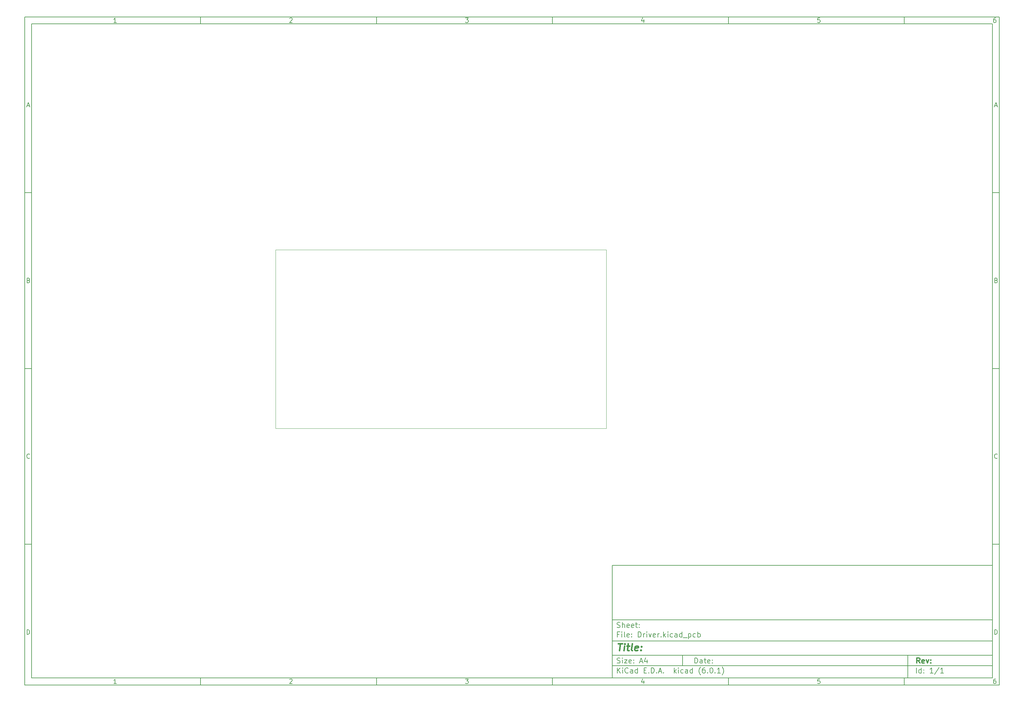
<source format=gbr>
%TF.GenerationSoftware,KiCad,Pcbnew,(6.0.1)*%
%TF.CreationDate,2022-04-25T15:26:44-04:00*%
%TF.ProjectId,Driver,44726976-6572-42e6-9b69-6361645f7063,rev?*%
%TF.SameCoordinates,Original*%
%TF.FileFunction,Paste,Bot*%
%TF.FilePolarity,Positive*%
%FSLAX46Y46*%
G04 Gerber Fmt 4.6, Leading zero omitted, Abs format (unit mm)*
G04 Created by KiCad (PCBNEW (6.0.1)) date 2022-04-25 15:26:44*
%MOMM*%
%LPD*%
G01*
G04 APERTURE LIST*
%ADD10C,0.100000*%
%ADD11C,0.150000*%
%ADD12C,0.300000*%
%ADD13C,0.400000*%
%TA.AperFunction,Profile*%
%ADD14C,0.100000*%
%TD*%
G04 APERTURE END LIST*
D10*
D11*
X177002200Y-166007200D02*
X177002200Y-198007200D01*
X285002200Y-198007200D01*
X285002200Y-166007200D01*
X177002200Y-166007200D01*
D10*
D11*
X10000000Y-10000000D02*
X10000000Y-200007200D01*
X287002200Y-200007200D01*
X287002200Y-10000000D01*
X10000000Y-10000000D01*
D10*
D11*
X12000000Y-12000000D02*
X12000000Y-198007200D01*
X285002200Y-198007200D01*
X285002200Y-12000000D01*
X12000000Y-12000000D01*
D10*
D11*
X60000000Y-12000000D02*
X60000000Y-10000000D01*
D10*
D11*
X110000000Y-12000000D02*
X110000000Y-10000000D01*
D10*
D11*
X160000000Y-12000000D02*
X160000000Y-10000000D01*
D10*
D11*
X210000000Y-12000000D02*
X210000000Y-10000000D01*
D10*
D11*
X260000000Y-12000000D02*
X260000000Y-10000000D01*
D10*
D11*
X36065476Y-11588095D02*
X35322619Y-11588095D01*
X35694047Y-11588095D02*
X35694047Y-10288095D01*
X35570238Y-10473809D01*
X35446428Y-10597619D01*
X35322619Y-10659523D01*
D10*
D11*
X85322619Y-10411904D02*
X85384523Y-10350000D01*
X85508333Y-10288095D01*
X85817857Y-10288095D01*
X85941666Y-10350000D01*
X86003571Y-10411904D01*
X86065476Y-10535714D01*
X86065476Y-10659523D01*
X86003571Y-10845238D01*
X85260714Y-11588095D01*
X86065476Y-11588095D01*
D10*
D11*
X135260714Y-10288095D02*
X136065476Y-10288095D01*
X135632142Y-10783333D01*
X135817857Y-10783333D01*
X135941666Y-10845238D01*
X136003571Y-10907142D01*
X136065476Y-11030952D01*
X136065476Y-11340476D01*
X136003571Y-11464285D01*
X135941666Y-11526190D01*
X135817857Y-11588095D01*
X135446428Y-11588095D01*
X135322619Y-11526190D01*
X135260714Y-11464285D01*
D10*
D11*
X185941666Y-10721428D02*
X185941666Y-11588095D01*
X185632142Y-10226190D02*
X185322619Y-11154761D01*
X186127380Y-11154761D01*
D10*
D11*
X236003571Y-10288095D02*
X235384523Y-10288095D01*
X235322619Y-10907142D01*
X235384523Y-10845238D01*
X235508333Y-10783333D01*
X235817857Y-10783333D01*
X235941666Y-10845238D01*
X236003571Y-10907142D01*
X236065476Y-11030952D01*
X236065476Y-11340476D01*
X236003571Y-11464285D01*
X235941666Y-11526190D01*
X235817857Y-11588095D01*
X235508333Y-11588095D01*
X235384523Y-11526190D01*
X235322619Y-11464285D01*
D10*
D11*
X285941666Y-10288095D02*
X285694047Y-10288095D01*
X285570238Y-10350000D01*
X285508333Y-10411904D01*
X285384523Y-10597619D01*
X285322619Y-10845238D01*
X285322619Y-11340476D01*
X285384523Y-11464285D01*
X285446428Y-11526190D01*
X285570238Y-11588095D01*
X285817857Y-11588095D01*
X285941666Y-11526190D01*
X286003571Y-11464285D01*
X286065476Y-11340476D01*
X286065476Y-11030952D01*
X286003571Y-10907142D01*
X285941666Y-10845238D01*
X285817857Y-10783333D01*
X285570238Y-10783333D01*
X285446428Y-10845238D01*
X285384523Y-10907142D01*
X285322619Y-11030952D01*
D10*
D11*
X60000000Y-198007200D02*
X60000000Y-200007200D01*
D10*
D11*
X110000000Y-198007200D02*
X110000000Y-200007200D01*
D10*
D11*
X160000000Y-198007200D02*
X160000000Y-200007200D01*
D10*
D11*
X210000000Y-198007200D02*
X210000000Y-200007200D01*
D10*
D11*
X260000000Y-198007200D02*
X260000000Y-200007200D01*
D10*
D11*
X36065476Y-199595295D02*
X35322619Y-199595295D01*
X35694047Y-199595295D02*
X35694047Y-198295295D01*
X35570238Y-198481009D01*
X35446428Y-198604819D01*
X35322619Y-198666723D01*
D10*
D11*
X85322619Y-198419104D02*
X85384523Y-198357200D01*
X85508333Y-198295295D01*
X85817857Y-198295295D01*
X85941666Y-198357200D01*
X86003571Y-198419104D01*
X86065476Y-198542914D01*
X86065476Y-198666723D01*
X86003571Y-198852438D01*
X85260714Y-199595295D01*
X86065476Y-199595295D01*
D10*
D11*
X135260714Y-198295295D02*
X136065476Y-198295295D01*
X135632142Y-198790533D01*
X135817857Y-198790533D01*
X135941666Y-198852438D01*
X136003571Y-198914342D01*
X136065476Y-199038152D01*
X136065476Y-199347676D01*
X136003571Y-199471485D01*
X135941666Y-199533390D01*
X135817857Y-199595295D01*
X135446428Y-199595295D01*
X135322619Y-199533390D01*
X135260714Y-199471485D01*
D10*
D11*
X185941666Y-198728628D02*
X185941666Y-199595295D01*
X185632142Y-198233390D02*
X185322619Y-199161961D01*
X186127380Y-199161961D01*
D10*
D11*
X236003571Y-198295295D02*
X235384523Y-198295295D01*
X235322619Y-198914342D01*
X235384523Y-198852438D01*
X235508333Y-198790533D01*
X235817857Y-198790533D01*
X235941666Y-198852438D01*
X236003571Y-198914342D01*
X236065476Y-199038152D01*
X236065476Y-199347676D01*
X236003571Y-199471485D01*
X235941666Y-199533390D01*
X235817857Y-199595295D01*
X235508333Y-199595295D01*
X235384523Y-199533390D01*
X235322619Y-199471485D01*
D10*
D11*
X285941666Y-198295295D02*
X285694047Y-198295295D01*
X285570238Y-198357200D01*
X285508333Y-198419104D01*
X285384523Y-198604819D01*
X285322619Y-198852438D01*
X285322619Y-199347676D01*
X285384523Y-199471485D01*
X285446428Y-199533390D01*
X285570238Y-199595295D01*
X285817857Y-199595295D01*
X285941666Y-199533390D01*
X286003571Y-199471485D01*
X286065476Y-199347676D01*
X286065476Y-199038152D01*
X286003571Y-198914342D01*
X285941666Y-198852438D01*
X285817857Y-198790533D01*
X285570238Y-198790533D01*
X285446428Y-198852438D01*
X285384523Y-198914342D01*
X285322619Y-199038152D01*
D10*
D11*
X10000000Y-60000000D02*
X12000000Y-60000000D01*
D10*
D11*
X10000000Y-110000000D02*
X12000000Y-110000000D01*
D10*
D11*
X10000000Y-160000000D02*
X12000000Y-160000000D01*
D10*
D11*
X10690476Y-35216666D02*
X11309523Y-35216666D01*
X10566666Y-35588095D02*
X11000000Y-34288095D01*
X11433333Y-35588095D01*
D10*
D11*
X11092857Y-84907142D02*
X11278571Y-84969047D01*
X11340476Y-85030952D01*
X11402380Y-85154761D01*
X11402380Y-85340476D01*
X11340476Y-85464285D01*
X11278571Y-85526190D01*
X11154761Y-85588095D01*
X10659523Y-85588095D01*
X10659523Y-84288095D01*
X11092857Y-84288095D01*
X11216666Y-84350000D01*
X11278571Y-84411904D01*
X11340476Y-84535714D01*
X11340476Y-84659523D01*
X11278571Y-84783333D01*
X11216666Y-84845238D01*
X11092857Y-84907142D01*
X10659523Y-84907142D01*
D10*
D11*
X11402380Y-135464285D02*
X11340476Y-135526190D01*
X11154761Y-135588095D01*
X11030952Y-135588095D01*
X10845238Y-135526190D01*
X10721428Y-135402380D01*
X10659523Y-135278571D01*
X10597619Y-135030952D01*
X10597619Y-134845238D01*
X10659523Y-134597619D01*
X10721428Y-134473809D01*
X10845238Y-134350000D01*
X11030952Y-134288095D01*
X11154761Y-134288095D01*
X11340476Y-134350000D01*
X11402380Y-134411904D01*
D10*
D11*
X10659523Y-185588095D02*
X10659523Y-184288095D01*
X10969047Y-184288095D01*
X11154761Y-184350000D01*
X11278571Y-184473809D01*
X11340476Y-184597619D01*
X11402380Y-184845238D01*
X11402380Y-185030952D01*
X11340476Y-185278571D01*
X11278571Y-185402380D01*
X11154761Y-185526190D01*
X10969047Y-185588095D01*
X10659523Y-185588095D01*
D10*
D11*
X287002200Y-60000000D02*
X285002200Y-60000000D01*
D10*
D11*
X287002200Y-110000000D02*
X285002200Y-110000000D01*
D10*
D11*
X287002200Y-160000000D02*
X285002200Y-160000000D01*
D10*
D11*
X285692676Y-35216666D02*
X286311723Y-35216666D01*
X285568866Y-35588095D02*
X286002200Y-34288095D01*
X286435533Y-35588095D01*
D10*
D11*
X286095057Y-84907142D02*
X286280771Y-84969047D01*
X286342676Y-85030952D01*
X286404580Y-85154761D01*
X286404580Y-85340476D01*
X286342676Y-85464285D01*
X286280771Y-85526190D01*
X286156961Y-85588095D01*
X285661723Y-85588095D01*
X285661723Y-84288095D01*
X286095057Y-84288095D01*
X286218866Y-84350000D01*
X286280771Y-84411904D01*
X286342676Y-84535714D01*
X286342676Y-84659523D01*
X286280771Y-84783333D01*
X286218866Y-84845238D01*
X286095057Y-84907142D01*
X285661723Y-84907142D01*
D10*
D11*
X286404580Y-135464285D02*
X286342676Y-135526190D01*
X286156961Y-135588095D01*
X286033152Y-135588095D01*
X285847438Y-135526190D01*
X285723628Y-135402380D01*
X285661723Y-135278571D01*
X285599819Y-135030952D01*
X285599819Y-134845238D01*
X285661723Y-134597619D01*
X285723628Y-134473809D01*
X285847438Y-134350000D01*
X286033152Y-134288095D01*
X286156961Y-134288095D01*
X286342676Y-134350000D01*
X286404580Y-134411904D01*
D10*
D11*
X285661723Y-185588095D02*
X285661723Y-184288095D01*
X285971247Y-184288095D01*
X286156961Y-184350000D01*
X286280771Y-184473809D01*
X286342676Y-184597619D01*
X286404580Y-184845238D01*
X286404580Y-185030952D01*
X286342676Y-185278571D01*
X286280771Y-185402380D01*
X286156961Y-185526190D01*
X285971247Y-185588095D01*
X285661723Y-185588095D01*
D10*
D11*
X200434342Y-193785771D02*
X200434342Y-192285771D01*
X200791485Y-192285771D01*
X201005771Y-192357200D01*
X201148628Y-192500057D01*
X201220057Y-192642914D01*
X201291485Y-192928628D01*
X201291485Y-193142914D01*
X201220057Y-193428628D01*
X201148628Y-193571485D01*
X201005771Y-193714342D01*
X200791485Y-193785771D01*
X200434342Y-193785771D01*
X202577200Y-193785771D02*
X202577200Y-193000057D01*
X202505771Y-192857200D01*
X202362914Y-192785771D01*
X202077200Y-192785771D01*
X201934342Y-192857200D01*
X202577200Y-193714342D02*
X202434342Y-193785771D01*
X202077200Y-193785771D01*
X201934342Y-193714342D01*
X201862914Y-193571485D01*
X201862914Y-193428628D01*
X201934342Y-193285771D01*
X202077200Y-193214342D01*
X202434342Y-193214342D01*
X202577200Y-193142914D01*
X203077200Y-192785771D02*
X203648628Y-192785771D01*
X203291485Y-192285771D02*
X203291485Y-193571485D01*
X203362914Y-193714342D01*
X203505771Y-193785771D01*
X203648628Y-193785771D01*
X204720057Y-193714342D02*
X204577200Y-193785771D01*
X204291485Y-193785771D01*
X204148628Y-193714342D01*
X204077200Y-193571485D01*
X204077200Y-193000057D01*
X204148628Y-192857200D01*
X204291485Y-192785771D01*
X204577200Y-192785771D01*
X204720057Y-192857200D01*
X204791485Y-193000057D01*
X204791485Y-193142914D01*
X204077200Y-193285771D01*
X205434342Y-193642914D02*
X205505771Y-193714342D01*
X205434342Y-193785771D01*
X205362914Y-193714342D01*
X205434342Y-193642914D01*
X205434342Y-193785771D01*
X205434342Y-192857200D02*
X205505771Y-192928628D01*
X205434342Y-193000057D01*
X205362914Y-192928628D01*
X205434342Y-192857200D01*
X205434342Y-193000057D01*
D10*
D11*
X177002200Y-194507200D02*
X285002200Y-194507200D01*
D10*
D11*
X178434342Y-196585771D02*
X178434342Y-195085771D01*
X179291485Y-196585771D02*
X178648628Y-195728628D01*
X179291485Y-195085771D02*
X178434342Y-195942914D01*
X179934342Y-196585771D02*
X179934342Y-195585771D01*
X179934342Y-195085771D02*
X179862914Y-195157200D01*
X179934342Y-195228628D01*
X180005771Y-195157200D01*
X179934342Y-195085771D01*
X179934342Y-195228628D01*
X181505771Y-196442914D02*
X181434342Y-196514342D01*
X181220057Y-196585771D01*
X181077200Y-196585771D01*
X180862914Y-196514342D01*
X180720057Y-196371485D01*
X180648628Y-196228628D01*
X180577200Y-195942914D01*
X180577200Y-195728628D01*
X180648628Y-195442914D01*
X180720057Y-195300057D01*
X180862914Y-195157200D01*
X181077200Y-195085771D01*
X181220057Y-195085771D01*
X181434342Y-195157200D01*
X181505771Y-195228628D01*
X182791485Y-196585771D02*
X182791485Y-195800057D01*
X182720057Y-195657200D01*
X182577200Y-195585771D01*
X182291485Y-195585771D01*
X182148628Y-195657200D01*
X182791485Y-196514342D02*
X182648628Y-196585771D01*
X182291485Y-196585771D01*
X182148628Y-196514342D01*
X182077200Y-196371485D01*
X182077200Y-196228628D01*
X182148628Y-196085771D01*
X182291485Y-196014342D01*
X182648628Y-196014342D01*
X182791485Y-195942914D01*
X184148628Y-196585771D02*
X184148628Y-195085771D01*
X184148628Y-196514342D02*
X184005771Y-196585771D01*
X183720057Y-196585771D01*
X183577200Y-196514342D01*
X183505771Y-196442914D01*
X183434342Y-196300057D01*
X183434342Y-195871485D01*
X183505771Y-195728628D01*
X183577200Y-195657200D01*
X183720057Y-195585771D01*
X184005771Y-195585771D01*
X184148628Y-195657200D01*
X186005771Y-195800057D02*
X186505771Y-195800057D01*
X186720057Y-196585771D02*
X186005771Y-196585771D01*
X186005771Y-195085771D01*
X186720057Y-195085771D01*
X187362914Y-196442914D02*
X187434342Y-196514342D01*
X187362914Y-196585771D01*
X187291485Y-196514342D01*
X187362914Y-196442914D01*
X187362914Y-196585771D01*
X188077200Y-196585771D02*
X188077200Y-195085771D01*
X188434342Y-195085771D01*
X188648628Y-195157200D01*
X188791485Y-195300057D01*
X188862914Y-195442914D01*
X188934342Y-195728628D01*
X188934342Y-195942914D01*
X188862914Y-196228628D01*
X188791485Y-196371485D01*
X188648628Y-196514342D01*
X188434342Y-196585771D01*
X188077200Y-196585771D01*
X189577200Y-196442914D02*
X189648628Y-196514342D01*
X189577200Y-196585771D01*
X189505771Y-196514342D01*
X189577200Y-196442914D01*
X189577200Y-196585771D01*
X190220057Y-196157200D02*
X190934342Y-196157200D01*
X190077200Y-196585771D02*
X190577200Y-195085771D01*
X191077200Y-196585771D01*
X191577200Y-196442914D02*
X191648628Y-196514342D01*
X191577200Y-196585771D01*
X191505771Y-196514342D01*
X191577200Y-196442914D01*
X191577200Y-196585771D01*
X194577200Y-196585771D02*
X194577200Y-195085771D01*
X194720057Y-196014342D02*
X195148628Y-196585771D01*
X195148628Y-195585771D02*
X194577200Y-196157200D01*
X195791485Y-196585771D02*
X195791485Y-195585771D01*
X195791485Y-195085771D02*
X195720057Y-195157200D01*
X195791485Y-195228628D01*
X195862914Y-195157200D01*
X195791485Y-195085771D01*
X195791485Y-195228628D01*
X197148628Y-196514342D02*
X197005771Y-196585771D01*
X196720057Y-196585771D01*
X196577200Y-196514342D01*
X196505771Y-196442914D01*
X196434342Y-196300057D01*
X196434342Y-195871485D01*
X196505771Y-195728628D01*
X196577200Y-195657200D01*
X196720057Y-195585771D01*
X197005771Y-195585771D01*
X197148628Y-195657200D01*
X198434342Y-196585771D02*
X198434342Y-195800057D01*
X198362914Y-195657200D01*
X198220057Y-195585771D01*
X197934342Y-195585771D01*
X197791485Y-195657200D01*
X198434342Y-196514342D02*
X198291485Y-196585771D01*
X197934342Y-196585771D01*
X197791485Y-196514342D01*
X197720057Y-196371485D01*
X197720057Y-196228628D01*
X197791485Y-196085771D01*
X197934342Y-196014342D01*
X198291485Y-196014342D01*
X198434342Y-195942914D01*
X199791485Y-196585771D02*
X199791485Y-195085771D01*
X199791485Y-196514342D02*
X199648628Y-196585771D01*
X199362914Y-196585771D01*
X199220057Y-196514342D01*
X199148628Y-196442914D01*
X199077200Y-196300057D01*
X199077200Y-195871485D01*
X199148628Y-195728628D01*
X199220057Y-195657200D01*
X199362914Y-195585771D01*
X199648628Y-195585771D01*
X199791485Y-195657200D01*
X202077200Y-197157200D02*
X202005771Y-197085771D01*
X201862914Y-196871485D01*
X201791485Y-196728628D01*
X201720057Y-196514342D01*
X201648628Y-196157200D01*
X201648628Y-195871485D01*
X201720057Y-195514342D01*
X201791485Y-195300057D01*
X201862914Y-195157200D01*
X202005771Y-194942914D01*
X202077200Y-194871485D01*
X203291485Y-195085771D02*
X203005771Y-195085771D01*
X202862914Y-195157200D01*
X202791485Y-195228628D01*
X202648628Y-195442914D01*
X202577200Y-195728628D01*
X202577200Y-196300057D01*
X202648628Y-196442914D01*
X202720057Y-196514342D01*
X202862914Y-196585771D01*
X203148628Y-196585771D01*
X203291485Y-196514342D01*
X203362914Y-196442914D01*
X203434342Y-196300057D01*
X203434342Y-195942914D01*
X203362914Y-195800057D01*
X203291485Y-195728628D01*
X203148628Y-195657200D01*
X202862914Y-195657200D01*
X202720057Y-195728628D01*
X202648628Y-195800057D01*
X202577200Y-195942914D01*
X204077200Y-196442914D02*
X204148628Y-196514342D01*
X204077200Y-196585771D01*
X204005771Y-196514342D01*
X204077200Y-196442914D01*
X204077200Y-196585771D01*
X205077200Y-195085771D02*
X205220057Y-195085771D01*
X205362914Y-195157200D01*
X205434342Y-195228628D01*
X205505771Y-195371485D01*
X205577200Y-195657200D01*
X205577200Y-196014342D01*
X205505771Y-196300057D01*
X205434342Y-196442914D01*
X205362914Y-196514342D01*
X205220057Y-196585771D01*
X205077200Y-196585771D01*
X204934342Y-196514342D01*
X204862914Y-196442914D01*
X204791485Y-196300057D01*
X204720057Y-196014342D01*
X204720057Y-195657200D01*
X204791485Y-195371485D01*
X204862914Y-195228628D01*
X204934342Y-195157200D01*
X205077200Y-195085771D01*
X206220057Y-196442914D02*
X206291485Y-196514342D01*
X206220057Y-196585771D01*
X206148628Y-196514342D01*
X206220057Y-196442914D01*
X206220057Y-196585771D01*
X207720057Y-196585771D02*
X206862914Y-196585771D01*
X207291485Y-196585771D02*
X207291485Y-195085771D01*
X207148628Y-195300057D01*
X207005771Y-195442914D01*
X206862914Y-195514342D01*
X208220057Y-197157200D02*
X208291485Y-197085771D01*
X208434342Y-196871485D01*
X208505771Y-196728628D01*
X208577200Y-196514342D01*
X208648628Y-196157200D01*
X208648628Y-195871485D01*
X208577200Y-195514342D01*
X208505771Y-195300057D01*
X208434342Y-195157200D01*
X208291485Y-194942914D01*
X208220057Y-194871485D01*
D10*
D11*
X177002200Y-191507200D02*
X285002200Y-191507200D01*
D10*
D12*
X264411485Y-193785771D02*
X263911485Y-193071485D01*
X263554342Y-193785771D02*
X263554342Y-192285771D01*
X264125771Y-192285771D01*
X264268628Y-192357200D01*
X264340057Y-192428628D01*
X264411485Y-192571485D01*
X264411485Y-192785771D01*
X264340057Y-192928628D01*
X264268628Y-193000057D01*
X264125771Y-193071485D01*
X263554342Y-193071485D01*
X265625771Y-193714342D02*
X265482914Y-193785771D01*
X265197200Y-193785771D01*
X265054342Y-193714342D01*
X264982914Y-193571485D01*
X264982914Y-193000057D01*
X265054342Y-192857200D01*
X265197200Y-192785771D01*
X265482914Y-192785771D01*
X265625771Y-192857200D01*
X265697200Y-193000057D01*
X265697200Y-193142914D01*
X264982914Y-193285771D01*
X266197200Y-192785771D02*
X266554342Y-193785771D01*
X266911485Y-192785771D01*
X267482914Y-193642914D02*
X267554342Y-193714342D01*
X267482914Y-193785771D01*
X267411485Y-193714342D01*
X267482914Y-193642914D01*
X267482914Y-193785771D01*
X267482914Y-192857200D02*
X267554342Y-192928628D01*
X267482914Y-193000057D01*
X267411485Y-192928628D01*
X267482914Y-192857200D01*
X267482914Y-193000057D01*
D10*
D11*
X178362914Y-193714342D02*
X178577200Y-193785771D01*
X178934342Y-193785771D01*
X179077200Y-193714342D01*
X179148628Y-193642914D01*
X179220057Y-193500057D01*
X179220057Y-193357200D01*
X179148628Y-193214342D01*
X179077200Y-193142914D01*
X178934342Y-193071485D01*
X178648628Y-193000057D01*
X178505771Y-192928628D01*
X178434342Y-192857200D01*
X178362914Y-192714342D01*
X178362914Y-192571485D01*
X178434342Y-192428628D01*
X178505771Y-192357200D01*
X178648628Y-192285771D01*
X179005771Y-192285771D01*
X179220057Y-192357200D01*
X179862914Y-193785771D02*
X179862914Y-192785771D01*
X179862914Y-192285771D02*
X179791485Y-192357200D01*
X179862914Y-192428628D01*
X179934342Y-192357200D01*
X179862914Y-192285771D01*
X179862914Y-192428628D01*
X180434342Y-192785771D02*
X181220057Y-192785771D01*
X180434342Y-193785771D01*
X181220057Y-193785771D01*
X182362914Y-193714342D02*
X182220057Y-193785771D01*
X181934342Y-193785771D01*
X181791485Y-193714342D01*
X181720057Y-193571485D01*
X181720057Y-193000057D01*
X181791485Y-192857200D01*
X181934342Y-192785771D01*
X182220057Y-192785771D01*
X182362914Y-192857200D01*
X182434342Y-193000057D01*
X182434342Y-193142914D01*
X181720057Y-193285771D01*
X183077200Y-193642914D02*
X183148628Y-193714342D01*
X183077200Y-193785771D01*
X183005771Y-193714342D01*
X183077200Y-193642914D01*
X183077200Y-193785771D01*
X183077200Y-192857200D02*
X183148628Y-192928628D01*
X183077200Y-193000057D01*
X183005771Y-192928628D01*
X183077200Y-192857200D01*
X183077200Y-193000057D01*
X184862914Y-193357200D02*
X185577200Y-193357200D01*
X184720057Y-193785771D02*
X185220057Y-192285771D01*
X185720057Y-193785771D01*
X186862914Y-192785771D02*
X186862914Y-193785771D01*
X186505771Y-192214342D02*
X186148628Y-193285771D01*
X187077200Y-193285771D01*
D10*
D11*
X263434342Y-196585771D02*
X263434342Y-195085771D01*
X264791485Y-196585771D02*
X264791485Y-195085771D01*
X264791485Y-196514342D02*
X264648628Y-196585771D01*
X264362914Y-196585771D01*
X264220057Y-196514342D01*
X264148628Y-196442914D01*
X264077200Y-196300057D01*
X264077200Y-195871485D01*
X264148628Y-195728628D01*
X264220057Y-195657200D01*
X264362914Y-195585771D01*
X264648628Y-195585771D01*
X264791485Y-195657200D01*
X265505771Y-196442914D02*
X265577200Y-196514342D01*
X265505771Y-196585771D01*
X265434342Y-196514342D01*
X265505771Y-196442914D01*
X265505771Y-196585771D01*
X265505771Y-195657200D02*
X265577200Y-195728628D01*
X265505771Y-195800057D01*
X265434342Y-195728628D01*
X265505771Y-195657200D01*
X265505771Y-195800057D01*
X268148628Y-196585771D02*
X267291485Y-196585771D01*
X267720057Y-196585771D02*
X267720057Y-195085771D01*
X267577200Y-195300057D01*
X267434342Y-195442914D01*
X267291485Y-195514342D01*
X269862914Y-195014342D02*
X268577200Y-196942914D01*
X271148628Y-196585771D02*
X270291485Y-196585771D01*
X270720057Y-196585771D02*
X270720057Y-195085771D01*
X270577200Y-195300057D01*
X270434342Y-195442914D01*
X270291485Y-195514342D01*
D10*
D11*
X177002200Y-187507200D02*
X285002200Y-187507200D01*
D10*
D13*
X178714580Y-188211961D02*
X179857438Y-188211961D01*
X179036009Y-190211961D02*
X179286009Y-188211961D01*
X180274104Y-190211961D02*
X180440771Y-188878628D01*
X180524104Y-188211961D02*
X180416961Y-188307200D01*
X180500295Y-188402438D01*
X180607438Y-188307200D01*
X180524104Y-188211961D01*
X180500295Y-188402438D01*
X181107438Y-188878628D02*
X181869342Y-188878628D01*
X181476485Y-188211961D02*
X181262200Y-189926247D01*
X181333628Y-190116723D01*
X181512200Y-190211961D01*
X181702676Y-190211961D01*
X182655057Y-190211961D02*
X182476485Y-190116723D01*
X182405057Y-189926247D01*
X182619342Y-188211961D01*
X184190771Y-190116723D02*
X183988390Y-190211961D01*
X183607438Y-190211961D01*
X183428866Y-190116723D01*
X183357438Y-189926247D01*
X183452676Y-189164342D01*
X183571723Y-188973866D01*
X183774104Y-188878628D01*
X184155057Y-188878628D01*
X184333628Y-188973866D01*
X184405057Y-189164342D01*
X184381247Y-189354819D01*
X183405057Y-189545295D01*
X185155057Y-190021485D02*
X185238390Y-190116723D01*
X185131247Y-190211961D01*
X185047914Y-190116723D01*
X185155057Y-190021485D01*
X185131247Y-190211961D01*
X185286009Y-188973866D02*
X185369342Y-189069104D01*
X185262200Y-189164342D01*
X185178866Y-189069104D01*
X185286009Y-188973866D01*
X185262200Y-189164342D01*
D10*
D11*
X178934342Y-185600057D02*
X178434342Y-185600057D01*
X178434342Y-186385771D02*
X178434342Y-184885771D01*
X179148628Y-184885771D01*
X179720057Y-186385771D02*
X179720057Y-185385771D01*
X179720057Y-184885771D02*
X179648628Y-184957200D01*
X179720057Y-185028628D01*
X179791485Y-184957200D01*
X179720057Y-184885771D01*
X179720057Y-185028628D01*
X180648628Y-186385771D02*
X180505771Y-186314342D01*
X180434342Y-186171485D01*
X180434342Y-184885771D01*
X181791485Y-186314342D02*
X181648628Y-186385771D01*
X181362914Y-186385771D01*
X181220057Y-186314342D01*
X181148628Y-186171485D01*
X181148628Y-185600057D01*
X181220057Y-185457200D01*
X181362914Y-185385771D01*
X181648628Y-185385771D01*
X181791485Y-185457200D01*
X181862914Y-185600057D01*
X181862914Y-185742914D01*
X181148628Y-185885771D01*
X182505771Y-186242914D02*
X182577200Y-186314342D01*
X182505771Y-186385771D01*
X182434342Y-186314342D01*
X182505771Y-186242914D01*
X182505771Y-186385771D01*
X182505771Y-185457200D02*
X182577200Y-185528628D01*
X182505771Y-185600057D01*
X182434342Y-185528628D01*
X182505771Y-185457200D01*
X182505771Y-185600057D01*
X184362914Y-186385771D02*
X184362914Y-184885771D01*
X184720057Y-184885771D01*
X184934342Y-184957200D01*
X185077200Y-185100057D01*
X185148628Y-185242914D01*
X185220057Y-185528628D01*
X185220057Y-185742914D01*
X185148628Y-186028628D01*
X185077200Y-186171485D01*
X184934342Y-186314342D01*
X184720057Y-186385771D01*
X184362914Y-186385771D01*
X185862914Y-186385771D02*
X185862914Y-185385771D01*
X185862914Y-185671485D02*
X185934342Y-185528628D01*
X186005771Y-185457200D01*
X186148628Y-185385771D01*
X186291485Y-185385771D01*
X186791485Y-186385771D02*
X186791485Y-185385771D01*
X186791485Y-184885771D02*
X186720057Y-184957200D01*
X186791485Y-185028628D01*
X186862914Y-184957200D01*
X186791485Y-184885771D01*
X186791485Y-185028628D01*
X187362914Y-185385771D02*
X187720057Y-186385771D01*
X188077200Y-185385771D01*
X189220057Y-186314342D02*
X189077200Y-186385771D01*
X188791485Y-186385771D01*
X188648628Y-186314342D01*
X188577200Y-186171485D01*
X188577200Y-185600057D01*
X188648628Y-185457200D01*
X188791485Y-185385771D01*
X189077200Y-185385771D01*
X189220057Y-185457200D01*
X189291485Y-185600057D01*
X189291485Y-185742914D01*
X188577200Y-185885771D01*
X189934342Y-186385771D02*
X189934342Y-185385771D01*
X189934342Y-185671485D02*
X190005771Y-185528628D01*
X190077200Y-185457200D01*
X190220057Y-185385771D01*
X190362914Y-185385771D01*
X190862914Y-186242914D02*
X190934342Y-186314342D01*
X190862914Y-186385771D01*
X190791485Y-186314342D01*
X190862914Y-186242914D01*
X190862914Y-186385771D01*
X191577200Y-186385771D02*
X191577200Y-184885771D01*
X191720057Y-185814342D02*
X192148628Y-186385771D01*
X192148628Y-185385771D02*
X191577200Y-185957200D01*
X192791485Y-186385771D02*
X192791485Y-185385771D01*
X192791485Y-184885771D02*
X192720057Y-184957200D01*
X192791485Y-185028628D01*
X192862914Y-184957200D01*
X192791485Y-184885771D01*
X192791485Y-185028628D01*
X194148628Y-186314342D02*
X194005771Y-186385771D01*
X193720057Y-186385771D01*
X193577200Y-186314342D01*
X193505771Y-186242914D01*
X193434342Y-186100057D01*
X193434342Y-185671485D01*
X193505771Y-185528628D01*
X193577200Y-185457200D01*
X193720057Y-185385771D01*
X194005771Y-185385771D01*
X194148628Y-185457200D01*
X195434342Y-186385771D02*
X195434342Y-185600057D01*
X195362914Y-185457200D01*
X195220057Y-185385771D01*
X194934342Y-185385771D01*
X194791485Y-185457200D01*
X195434342Y-186314342D02*
X195291485Y-186385771D01*
X194934342Y-186385771D01*
X194791485Y-186314342D01*
X194720057Y-186171485D01*
X194720057Y-186028628D01*
X194791485Y-185885771D01*
X194934342Y-185814342D01*
X195291485Y-185814342D01*
X195434342Y-185742914D01*
X196791485Y-186385771D02*
X196791485Y-184885771D01*
X196791485Y-186314342D02*
X196648628Y-186385771D01*
X196362914Y-186385771D01*
X196220057Y-186314342D01*
X196148628Y-186242914D01*
X196077200Y-186100057D01*
X196077200Y-185671485D01*
X196148628Y-185528628D01*
X196220057Y-185457200D01*
X196362914Y-185385771D01*
X196648628Y-185385771D01*
X196791485Y-185457200D01*
X197148628Y-186528628D02*
X198291485Y-186528628D01*
X198648628Y-185385771D02*
X198648628Y-186885771D01*
X198648628Y-185457200D02*
X198791485Y-185385771D01*
X199077200Y-185385771D01*
X199220057Y-185457200D01*
X199291485Y-185528628D01*
X199362914Y-185671485D01*
X199362914Y-186100057D01*
X199291485Y-186242914D01*
X199220057Y-186314342D01*
X199077200Y-186385771D01*
X198791485Y-186385771D01*
X198648628Y-186314342D01*
X200648628Y-186314342D02*
X200505771Y-186385771D01*
X200220057Y-186385771D01*
X200077200Y-186314342D01*
X200005771Y-186242914D01*
X199934342Y-186100057D01*
X199934342Y-185671485D01*
X200005771Y-185528628D01*
X200077200Y-185457200D01*
X200220057Y-185385771D01*
X200505771Y-185385771D01*
X200648628Y-185457200D01*
X201291485Y-186385771D02*
X201291485Y-184885771D01*
X201291485Y-185457200D02*
X201434342Y-185385771D01*
X201720057Y-185385771D01*
X201862914Y-185457200D01*
X201934342Y-185528628D01*
X202005771Y-185671485D01*
X202005771Y-186100057D01*
X201934342Y-186242914D01*
X201862914Y-186314342D01*
X201720057Y-186385771D01*
X201434342Y-186385771D01*
X201291485Y-186314342D01*
D10*
D11*
X177002200Y-181507200D02*
X285002200Y-181507200D01*
D10*
D11*
X178362914Y-183614342D02*
X178577200Y-183685771D01*
X178934342Y-183685771D01*
X179077200Y-183614342D01*
X179148628Y-183542914D01*
X179220057Y-183400057D01*
X179220057Y-183257200D01*
X179148628Y-183114342D01*
X179077200Y-183042914D01*
X178934342Y-182971485D01*
X178648628Y-182900057D01*
X178505771Y-182828628D01*
X178434342Y-182757200D01*
X178362914Y-182614342D01*
X178362914Y-182471485D01*
X178434342Y-182328628D01*
X178505771Y-182257200D01*
X178648628Y-182185771D01*
X179005771Y-182185771D01*
X179220057Y-182257200D01*
X179862914Y-183685771D02*
X179862914Y-182185771D01*
X180505771Y-183685771D02*
X180505771Y-182900057D01*
X180434342Y-182757200D01*
X180291485Y-182685771D01*
X180077200Y-182685771D01*
X179934342Y-182757200D01*
X179862914Y-182828628D01*
X181791485Y-183614342D02*
X181648628Y-183685771D01*
X181362914Y-183685771D01*
X181220057Y-183614342D01*
X181148628Y-183471485D01*
X181148628Y-182900057D01*
X181220057Y-182757200D01*
X181362914Y-182685771D01*
X181648628Y-182685771D01*
X181791485Y-182757200D01*
X181862914Y-182900057D01*
X181862914Y-183042914D01*
X181148628Y-183185771D01*
X183077200Y-183614342D02*
X182934342Y-183685771D01*
X182648628Y-183685771D01*
X182505771Y-183614342D01*
X182434342Y-183471485D01*
X182434342Y-182900057D01*
X182505771Y-182757200D01*
X182648628Y-182685771D01*
X182934342Y-182685771D01*
X183077200Y-182757200D01*
X183148628Y-182900057D01*
X183148628Y-183042914D01*
X182434342Y-183185771D01*
X183577200Y-182685771D02*
X184148628Y-182685771D01*
X183791485Y-182185771D02*
X183791485Y-183471485D01*
X183862914Y-183614342D01*
X184005771Y-183685771D01*
X184148628Y-183685771D01*
X184648628Y-183542914D02*
X184720057Y-183614342D01*
X184648628Y-183685771D01*
X184577200Y-183614342D01*
X184648628Y-183542914D01*
X184648628Y-183685771D01*
X184648628Y-182757200D02*
X184720057Y-182828628D01*
X184648628Y-182900057D01*
X184577200Y-182828628D01*
X184648628Y-182757200D01*
X184648628Y-182900057D01*
D10*
D12*
D10*
D11*
D10*
D11*
D10*
D11*
D10*
D11*
D10*
D11*
X197002200Y-191507200D02*
X197002200Y-194507200D01*
D10*
D11*
X261002200Y-191507200D02*
X261002200Y-198007200D01*
D14*
X175260000Y-76200000D02*
X81280000Y-76200000D01*
X81280000Y-76200000D02*
X81280000Y-127000000D01*
X81280000Y-127000000D02*
X175260000Y-127000000D01*
X175260000Y-127000000D02*
X175260000Y-76200000D01*
M02*

</source>
